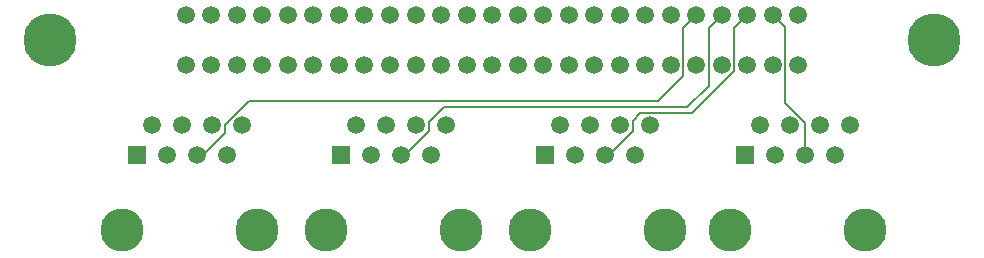
<source format=gbl>
%TF.GenerationSoftware,KiCad,Pcbnew,(6.0.11)*%
%TF.CreationDate,2024-01-05T21:55:00+00:00*%
%TF.ProjectId,RJ21_RJ45_4_LINE,524a3231-5f52-44a3-9435-5f345f4c494e,rev?*%
%TF.SameCoordinates,Original*%
%TF.FileFunction,Copper,L2,Bot*%
%TF.FilePolarity,Positive*%
%FSLAX46Y46*%
G04 Gerber Fmt 4.6, Leading zero omitted, Abs format (unit mm)*
G04 Created by KiCad (PCBNEW (6.0.11)) date 2024-01-05 21:55:00*
%MOMM*%
%LPD*%
G01*
G04 APERTURE LIST*
%TA.AperFunction,WasherPad*%
%ADD10C,3.650000*%
%TD*%
%TA.AperFunction,ComponentPad*%
%ADD11R,1.500000X1.500000*%
%TD*%
%TA.AperFunction,ComponentPad*%
%ADD12C,1.500000*%
%TD*%
%TA.AperFunction,ComponentPad*%
%ADD13C,4.500000*%
%TD*%
%TA.AperFunction,Conductor*%
%ADD14C,0.200000*%
%TD*%
G04 APERTURE END LIST*
D10*
%TO.P,J3,*%
%TO.N,*%
X146160749Y-66450000D03*
X134730749Y-66450000D03*
D11*
%TO.P,J3,1*%
%TO.N,unconnected-(J3-Pad1)*%
X136000749Y-60100000D03*
D12*
%TO.P,J3,2*%
%TO.N,unconnected-(J3-Pad2)*%
X137270749Y-57560000D03*
%TO.P,J3,3*%
%TO.N,unconnected-(J3-Pad3)*%
X138540749Y-60100000D03*
%TO.P,J3,4*%
%TO.N,/L4-*%
X139810749Y-57560000D03*
%TO.P,J3,5*%
%TO.N,/L4+*%
X141080749Y-60100000D03*
%TO.P,J3,6*%
%TO.N,unconnected-(J3-Pad6)*%
X142350749Y-57560000D03*
%TO.P,J3,7*%
%TO.N,unconnected-(J3-Pad7)*%
X143620749Y-60100000D03*
%TO.P,J3,8*%
%TO.N,unconnected-(J3-Pad8)*%
X144890749Y-57560000D03*
%TD*%
D10*
%TO.P,J1,*%
%TO.N,*%
X168882417Y-66450000D03*
X180312417Y-66450000D03*
D11*
%TO.P,J1,1*%
%TO.N,unconnected-(J1-Pad1)*%
X170152417Y-60100000D03*
D12*
%TO.P,J1,2*%
%TO.N,unconnected-(J1-Pad2)*%
X171422417Y-57560000D03*
%TO.P,J1,3*%
%TO.N,unconnected-(J1-Pad3)*%
X172692417Y-60100000D03*
%TO.P,J1,4*%
%TO.N,/L2-*%
X173962417Y-57560000D03*
%TO.P,J1,5*%
%TO.N,/L2+*%
X175232417Y-60100000D03*
%TO.P,J1,6*%
%TO.N,unconnected-(J1-Pad6)*%
X176502417Y-57560000D03*
%TO.P,J1,7*%
%TO.N,unconnected-(J1-Pad7)*%
X177772417Y-60100000D03*
%TO.P,J1,8*%
%TO.N,unconnected-(J1-Pad8)*%
X179042417Y-57560000D03*
%TD*%
D10*
%TO.P,J2,*%
%TO.N,*%
X152004917Y-66450000D03*
X163434917Y-66450000D03*
D11*
%TO.P,J2,1*%
%TO.N,unconnected-(J2-Pad1)*%
X153274917Y-60100000D03*
D12*
%TO.P,J2,2*%
%TO.N,unconnected-(J2-Pad2)*%
X154544917Y-57560000D03*
%TO.P,J2,3*%
%TO.N,unconnected-(J2-Pad3)*%
X155814917Y-60100000D03*
%TO.P,J2,4*%
%TO.N,/L3-*%
X157084917Y-57560000D03*
%TO.P,J2,5*%
%TO.N,/L3+*%
X158354917Y-60100000D03*
%TO.P,J2,6*%
%TO.N,unconnected-(J2-Pad6)*%
X159624917Y-57560000D03*
%TO.P,J2,7*%
%TO.N,unconnected-(J2-Pad7)*%
X160894917Y-60100000D03*
%TO.P,J2,8*%
%TO.N,unconnected-(J2-Pad8)*%
X162164917Y-57560000D03*
%TD*%
D10*
%TO.P,J4,*%
%TO.N,*%
X117456583Y-66450000D03*
X128886583Y-66450000D03*
D11*
%TO.P,J4,1*%
%TO.N,unconnected-(J4-Pad1)*%
X118726583Y-60100000D03*
D12*
%TO.P,J4,2*%
%TO.N,unconnected-(J4-Pad2)*%
X119996583Y-57560000D03*
%TO.P,J4,3*%
%TO.N,unconnected-(J4-Pad3)*%
X121266583Y-60100000D03*
%TO.P,J4,4*%
%TO.N,/L5-*%
X122536583Y-57560000D03*
%TO.P,J4,5*%
%TO.N,/L5+*%
X123806583Y-60100000D03*
%TO.P,J4,6*%
%TO.N,unconnected-(J4-Pad6)*%
X125076583Y-57560000D03*
%TO.P,J4,7*%
%TO.N,unconnected-(J4-Pad7)*%
X126346583Y-60100000D03*
%TO.P,J4,8*%
%TO.N,unconnected-(J4-Pad8)*%
X127616583Y-57560000D03*
%TD*%
D13*
%TO.P,J7,*%
%TO.N,*%
X186189797Y-50333602D03*
X111339797Y-50333602D03*
D12*
%TO.P,J7,1,Pin_1*%
%TO.N,unconnected-(J7-Pad1)*%
X174684839Y-52478607D03*
%TO.P,J7,2,Pin_2*%
%TO.N,/L2-*%
X172524835Y-52478607D03*
%TO.P,J7,3,Pin_3*%
%TO.N,/L3-*%
X170364832Y-52478607D03*
%TO.P,J7,4,Pin_4*%
%TO.N,/L4-*%
X168204836Y-52478607D03*
%TO.P,J7,5,Pin_5*%
%TO.N,/L5-*%
X166044832Y-52478607D03*
%TO.P,J7,6,Pin_6*%
%TO.N,unconnected-(J7-Pad6)*%
X163884828Y-52478607D03*
%TO.P,J7,7,Pin_7*%
%TO.N,unconnected-(J7-Pad7)*%
X161724825Y-52478607D03*
%TO.P,J7,8,Pin_8*%
%TO.N,unconnected-(J7-Pad8)*%
X159564821Y-52478607D03*
%TO.P,J7,9,Pin_9*%
%TO.N,unconnected-(J7-Pad9)*%
X157404829Y-52478607D03*
%TO.P,J7,10,Pin_10*%
%TO.N,unconnected-(J7-Pad10)*%
X155244818Y-52478607D03*
%TO.P,J7,11,Pin_11*%
%TO.N,unconnected-(J7-Pad11)*%
X153084822Y-52478607D03*
%TO.P,J7,12,Pin_12*%
%TO.N,unconnected-(J7-Pad12)*%
X150924803Y-52478607D03*
%TO.P,J7,13,Pin_13*%
%TO.N,unconnected-(J7-Pad13)*%
X148764799Y-52478607D03*
%TO.P,J7,14,Pin_14*%
%TO.N,unconnected-(J7-Pad14)*%
X146604795Y-52478607D03*
%TO.P,J7,15,Pin_15*%
%TO.N,unconnected-(J7-Pad15)*%
X144444792Y-52478607D03*
%TO.P,J7,16,Pin_16*%
%TO.N,unconnected-(J7-Pad16)*%
X142284788Y-52478607D03*
%TO.P,J7,17,Pin_17*%
%TO.N,unconnected-(J7-Pad17)*%
X140124784Y-52478607D03*
%TO.P,J7,18,Pin_18*%
%TO.N,unconnected-(J7-Pad18)*%
X137964781Y-52478607D03*
%TO.P,J7,19,Pin_19*%
%TO.N,unconnected-(J7-Pad19)*%
X135804777Y-52478607D03*
%TO.P,J7,20,Pin_20*%
%TO.N,unconnected-(J7-Pad20)*%
X133644773Y-52478607D03*
%TO.P,J7,21,Pin_21*%
%TO.N,unconnected-(J7-Pad21)*%
X131484766Y-52478607D03*
%TO.P,J7,22,Pin_22*%
%TO.N,unconnected-(J7-Pad22)*%
X129324762Y-52478607D03*
%TO.P,J7,23,Pin_23*%
%TO.N,unconnected-(J7-Pad23)*%
X127164758Y-52478607D03*
%TO.P,J7,24,Pin_24*%
%TO.N,unconnected-(J7-Pad24)*%
X125004755Y-52478607D03*
%TO.P,J7,25,Pin_25*%
%TO.N,unconnected-(J7-Pad25)*%
X122844751Y-52478607D03*
%TO.P,J7,26,Pin_26*%
%TO.N,unconnected-(J7-Pad26)*%
X174684839Y-48188606D03*
%TO.P,J7,27,Pin_27*%
%TO.N,/L2+*%
X172524835Y-48188606D03*
%TO.P,J7,28,Pin_28*%
%TO.N,/L3+*%
X170364832Y-48188606D03*
%TO.P,J7,29,Pin_29*%
%TO.N,/L4+*%
X168204836Y-48188606D03*
%TO.P,J7,30,Pin_30*%
%TO.N,/L5+*%
X166044832Y-48188606D03*
%TO.P,J7,31,Pin_31*%
%TO.N,unconnected-(J7-Pad31)*%
X163884828Y-48188606D03*
%TO.P,J7,32,Pin_32*%
%TO.N,unconnected-(J7-Pad32)*%
X161724825Y-48188606D03*
%TO.P,J7,33,Pin_33*%
%TO.N,unconnected-(J7-Pad33)*%
X159564821Y-48188606D03*
%TO.P,J7,34,Pin_34*%
%TO.N,unconnected-(J7-Pad34)*%
X157404829Y-48188606D03*
%TO.P,J7,35,Pin_35*%
%TO.N,unconnected-(J7-Pad35)*%
X155244818Y-48188606D03*
%TO.P,J7,36,Pin_36*%
%TO.N,unconnected-(J7-Pad36)*%
X153084822Y-48188606D03*
%TO.P,J7,37,Pin_37*%
%TO.N,unconnected-(J7-Pad37)*%
X150924803Y-48188606D03*
%TO.P,J7,38,Pin_38*%
%TO.N,unconnected-(J7-Pad38)*%
X148764799Y-48188606D03*
%TO.P,J7,39,Pin_39*%
%TO.N,unconnected-(J7-Pad39)*%
X146604795Y-48188606D03*
%TO.P,J7,40,Pin_40*%
%TO.N,unconnected-(J7-Pad40)*%
X144444792Y-48188606D03*
%TO.P,J7,41,Pin_41*%
%TO.N,unconnected-(J7-Pad41)*%
X142284788Y-48188606D03*
%TO.P,J7,42,Pin_42*%
%TO.N,unconnected-(J7-Pad42)*%
X140124784Y-48188606D03*
%TO.P,J7,43,Pin_43*%
%TO.N,unconnected-(J7-Pad43)*%
X137964781Y-48188606D03*
%TO.P,J7,44,Pin_44*%
%TO.N,unconnected-(J7-Pad44)*%
X135804777Y-48188606D03*
%TO.P,J7,45,Pin_45*%
%TO.N,unconnected-(J7-Pad45)*%
X133644773Y-48188606D03*
%TO.P,J7,46,Pin_46*%
%TO.N,unconnected-(J7-Pad46)*%
X131484766Y-48188606D03*
%TO.P,J7,47,Pin_47*%
%TO.N,unconnected-(J7-Pad47)*%
X129324762Y-48188606D03*
%TO.P,J7,48,Pin_48*%
%TO.N,unconnected-(J7-Pad48)*%
X127164758Y-48188606D03*
%TO.P,J7,49,Pin_49*%
%TO.N,unconnected-(J7-Pad49)*%
X125004755Y-48188606D03*
%TO.P,J7,50,Pin_50*%
%TO.N,unconnected-(J7-Pad50)*%
X122844751Y-48188606D03*
%TD*%
D14*
%TO.N,/L2+*%
X173574835Y-55687493D02*
X175232417Y-57345075D01*
X175232417Y-57345075D02*
X175232417Y-60100000D01*
X173574835Y-49238606D02*
X173574835Y-55687493D01*
X172524835Y-48188606D02*
X173574835Y-49238606D01*
%TO.N,/L3+*%
X170364832Y-48188606D02*
X169254836Y-49298602D01*
X169254836Y-49298602D02*
X169254836Y-52935164D01*
X160674917Y-58065083D02*
X158640000Y-60100000D01*
X165680000Y-56510000D02*
X161320000Y-56510000D01*
X169254836Y-52935164D02*
X165680000Y-56510000D01*
X160674917Y-57155083D02*
X160674917Y-58065083D01*
X161320000Y-56510000D02*
X160674917Y-57155083D01*
X158640000Y-60100000D02*
X158354917Y-60100000D01*
%TO.N,/L4+*%
X165290000Y-56010000D02*
X144730000Y-56010000D01*
X168204836Y-48188606D02*
X167094832Y-49298610D01*
X167094832Y-54205168D02*
X165290000Y-56010000D01*
X143420000Y-58050000D02*
X141370000Y-60100000D01*
X143420000Y-57320000D02*
X143420000Y-58050000D01*
X167094832Y-49298610D02*
X167094832Y-54205168D01*
X141370000Y-60100000D02*
X141080749Y-60100000D01*
X144730000Y-56010000D02*
X143420000Y-57320000D01*
%TO.N,/L5+*%
X128181658Y-55510000D02*
X126126583Y-57565075D01*
X126126583Y-57565075D02*
X126126583Y-58243417D01*
X166044832Y-48188606D02*
X164934828Y-49298610D01*
X162830000Y-55510000D02*
X128181658Y-55510000D01*
X164934828Y-49298610D02*
X164934828Y-53405172D01*
X126126583Y-58243417D02*
X124270000Y-60100000D01*
X124270000Y-60100000D02*
X123806583Y-60100000D01*
X164934828Y-53405172D02*
X162830000Y-55510000D01*
%TD*%
M02*

</source>
